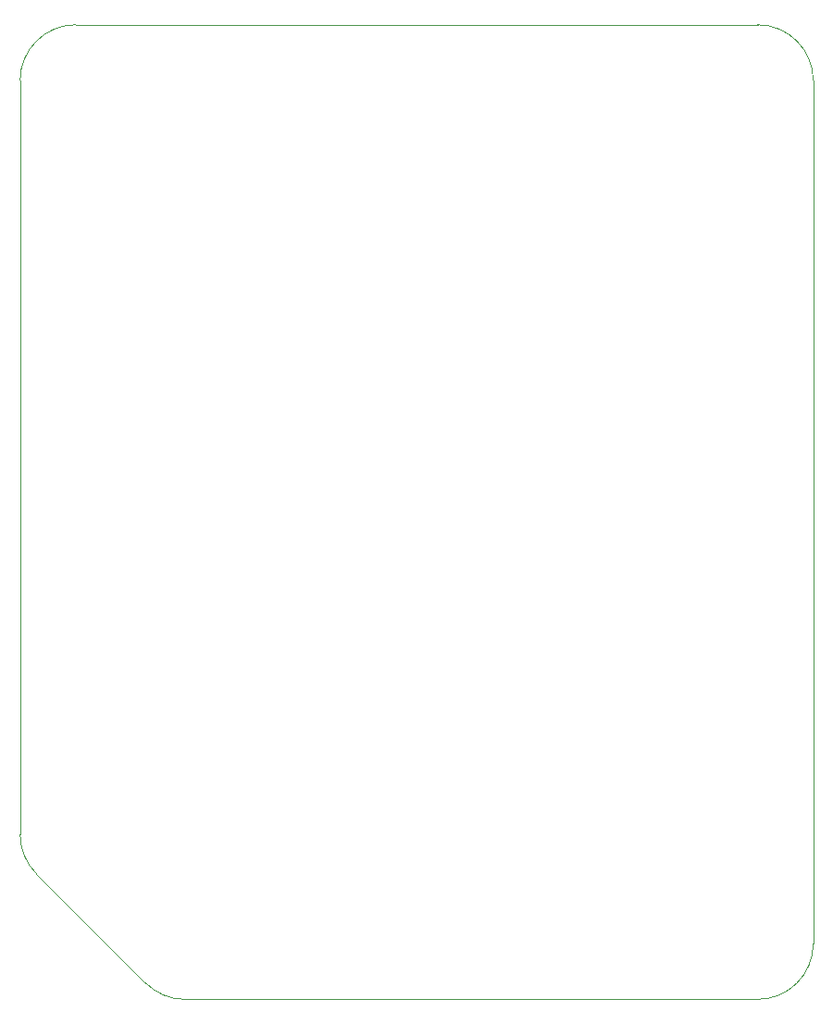
<source format=gbr>
G04 #@! TF.GenerationSoftware,KiCad,Pcbnew,(5.1.5)-3*
G04 #@! TF.CreationDate,2022-03-29T23:54:09-05:00*
G04 #@! TF.ProjectId,ControlBoardT4_22PinSound_PowerAmp,436f6e74-726f-46c4-926f-61726454345f,rev?*
G04 #@! TF.SameCoordinates,Original*
G04 #@! TF.FileFunction,Profile,NP*
%FSLAX46Y46*%
G04 Gerber Fmt 4.6, Leading zero omitted, Abs format (unit mm)*
G04 Created by KiCad (PCBNEW (5.1.5)-3) date 2022-03-29 23:54:09*
%MOMM*%
%LPD*%
G04 APERTURE LIST*
%ADD10C,0.050000*%
G04 APERTURE END LIST*
D10*
X109691398Y-146467102D02*
X119691398Y-156467102D01*
X119691398Y-156467102D02*
G75*
G03X123283500Y-157955000I3592102J3592102D01*
G01*
X123283500Y-157955000D02*
X175673500Y-157955000D01*
X180754000Y-152875500D02*
G75*
G02X175673500Y-157955000I-5080000J500D01*
G01*
X109691398Y-146467102D02*
G75*
G02X108203500Y-142875000I3592102J3592102D01*
G01*
X180754000Y-152875000D02*
X180754000Y-73914000D01*
X108204000Y-73914000D02*
X108203500Y-142875000D01*
X113284000Y-68834000D02*
X175674000Y-68834000D01*
X108204000Y-73914000D02*
G75*
G02X113284000Y-68834000I5080000J0D01*
G01*
X175674000Y-68834000D02*
G75*
G02X180754000Y-73914000I0J-5080000D01*
G01*
M02*

</source>
